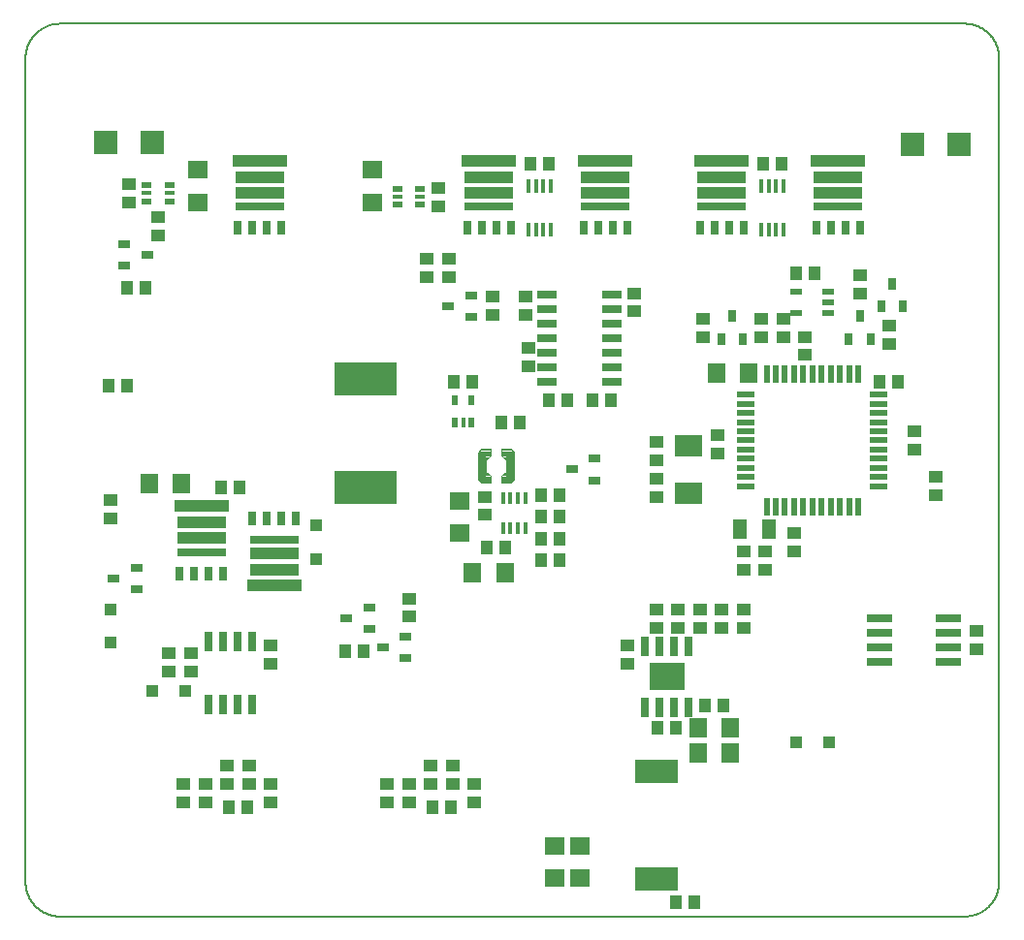
<source format=gtp>
G75*
%MOIN*%
%OFA0B0*%
%FSLAX25Y25*%
%IPPOS*%
%LPD*%
%AMOC8*
5,1,8,0,0,1.08239X$1,22.5*
%
%ADD10R,0.02756X0.04528*%
%ADD11R,0.16535X0.04331*%
%ADD12R,0.18898X0.04331*%
%ADD13R,0.16535X0.02756*%
%ADD14R,0.04331X0.04331*%
%ADD15R,0.21654X0.11811*%
%ADD16R,0.05118X0.04331*%
%ADD17R,0.04331X0.05118*%
%ADD18R,0.07098X0.06299*%
%ADD19R,0.03543X0.02362*%
%ADD20R,0.03543X0.01575*%
%ADD21R,0.02756X0.06890*%
%ADD22R,0.06890X0.02756*%
%ADD23R,0.01772X0.04331*%
%ADD24R,0.03150X0.09449*%
%ADD25C,0.00394*%
%ADD26R,0.06299X0.07087*%
%ADD27R,0.07087X0.06299*%
%ADD28R,0.03937X0.03150*%
%ADD29R,0.04724X0.07087*%
%ADD30R,0.14961X0.07874*%
%ADD31R,0.02362X0.03543*%
%ADD32R,0.01575X0.03543*%
%ADD33R,0.03150X0.03937*%
%ADD34R,0.05906X0.01969*%
%ADD35R,0.01969X0.05906*%
%ADD36R,0.09449X0.07480*%
%ADD37R,0.04331X0.02362*%
%ADD38R,0.01575X0.05118*%
%ADD39C,0.00787*%
%ADD40R,0.12205X0.09449*%
%ADD41R,0.07874X0.07874*%
%ADD42R,0.08858X0.02756*%
D10*
X0117028Y0146644D03*
X0122028Y0146644D03*
X0127028Y0146644D03*
X0132028Y0146644D03*
X0142028Y0165600D03*
X0147028Y0165600D03*
X0152028Y0165600D03*
X0157028Y0165600D03*
X0152028Y0265394D03*
X0147028Y0265394D03*
X0142028Y0265394D03*
X0137028Y0265394D03*
X0215778Y0265394D03*
X0220778Y0265394D03*
X0225778Y0265394D03*
X0230778Y0265394D03*
X0255778Y0265394D03*
X0260778Y0265394D03*
X0265778Y0265394D03*
X0270778Y0265394D03*
X0295778Y0265394D03*
X0300778Y0265394D03*
X0305778Y0265394D03*
X0310778Y0265394D03*
X0335778Y0265394D03*
X0340778Y0265394D03*
X0345778Y0265394D03*
X0350778Y0265394D03*
D11*
X0343278Y0277500D03*
X0343278Y0283012D03*
X0303278Y0283012D03*
X0303278Y0277500D03*
X0263278Y0277500D03*
X0263278Y0283012D03*
X0223278Y0283012D03*
X0223278Y0277500D03*
X0144528Y0277500D03*
X0144528Y0283012D03*
X0124528Y0164262D03*
X0124528Y0158750D03*
X0149528Y0153494D03*
X0149528Y0147982D03*
D12*
X0149528Y0142470D03*
X0124528Y0169774D03*
X0144528Y0288524D03*
X0223278Y0288524D03*
X0263278Y0288524D03*
X0303278Y0288524D03*
X0343278Y0288524D03*
D13*
X0343278Y0272776D03*
X0303278Y0272776D03*
X0263278Y0272776D03*
X0223278Y0272776D03*
X0144528Y0272776D03*
X0149528Y0158219D03*
X0124528Y0154026D03*
D14*
X0093278Y0134331D03*
X0093278Y0122913D03*
X0107569Y0106122D03*
X0118986Y0106122D03*
X0163903Y0151663D03*
X0163903Y0163081D03*
X0328819Y0088622D03*
X0340236Y0088622D03*
D15*
X0180778Y0176171D03*
X0180778Y0213573D03*
D16*
X0224528Y0235472D03*
X0224528Y0241772D03*
X0235778Y0241772D03*
X0235778Y0235472D03*
X0237028Y0224272D03*
X0237028Y0217972D03*
X0273278Y0236722D03*
X0273278Y0243022D03*
X0297028Y0234272D03*
X0297028Y0227972D03*
X0317028Y0227972D03*
X0324528Y0227972D03*
X0324528Y0234272D03*
X0317028Y0234272D03*
X0332028Y0228022D03*
X0332028Y0221722D03*
X0350778Y0242972D03*
X0350778Y0249272D03*
X0360778Y0231772D03*
X0360778Y0225472D03*
X0369528Y0195522D03*
X0369528Y0189222D03*
X0377028Y0179897D03*
X0377028Y0173597D03*
X0328278Y0160522D03*
X0328278Y0154222D03*
X0318278Y0154272D03*
X0318278Y0147972D03*
X0310778Y0147972D03*
X0310778Y0154272D03*
X0310778Y0134272D03*
X0303278Y0134272D03*
X0303278Y0127972D03*
X0310778Y0127972D03*
X0295778Y0127972D03*
X0295778Y0134272D03*
X0288278Y0134272D03*
X0280778Y0134272D03*
X0280778Y0127972D03*
X0288278Y0127972D03*
X0270778Y0121772D03*
X0270778Y0115472D03*
X0218278Y0074272D03*
X0218278Y0067972D03*
X0210778Y0074222D03*
X0203278Y0074222D03*
X0203278Y0080522D03*
X0210778Y0080522D03*
X0195778Y0074272D03*
X0188278Y0074272D03*
X0188278Y0067972D03*
X0195778Y0067972D03*
X0148278Y0067972D03*
X0148278Y0074272D03*
X0140778Y0074222D03*
X0133278Y0074222D03*
X0133278Y0080522D03*
X0140778Y0080522D03*
X0125778Y0074272D03*
X0125778Y0067972D03*
X0118278Y0067972D03*
X0118278Y0074272D03*
X0120778Y0112972D03*
X0120778Y0119272D03*
X0113278Y0119272D03*
X0113278Y0112972D03*
X0148278Y0115472D03*
X0148278Y0121772D03*
X0195778Y0131722D03*
X0195778Y0138022D03*
X0222028Y0166722D03*
X0222028Y0173022D03*
X0280778Y0172972D03*
X0280778Y0179272D03*
X0280778Y0185472D03*
X0280778Y0191772D03*
X0302028Y0194272D03*
X0302028Y0187972D03*
X0390778Y0126772D03*
X0390778Y0120472D03*
X0209528Y0248597D03*
X0209528Y0254897D03*
X0202028Y0254897D03*
X0202028Y0248597D03*
X0205778Y0272972D03*
X0205778Y0279272D03*
X0109528Y0269272D03*
X0109528Y0262972D03*
X0099528Y0274222D03*
X0099528Y0280522D03*
X0093278Y0171772D03*
X0093278Y0165472D03*
D17*
X0131378Y0176122D03*
X0137677Y0176122D03*
X0098927Y0211122D03*
X0092628Y0211122D03*
X0098878Y0244872D03*
X0105177Y0244872D03*
X0211378Y0212372D03*
X0217677Y0212372D03*
X0227628Y0198622D03*
X0233927Y0198622D03*
X0243878Y0206122D03*
X0250177Y0206122D03*
X0258878Y0206122D03*
X0265177Y0206122D03*
X0247677Y0173622D03*
X0241378Y0173622D03*
X0241378Y0166122D03*
X0247677Y0166122D03*
X0247677Y0158622D03*
X0241378Y0158622D03*
X0241378Y0151122D03*
X0247677Y0151122D03*
X0228927Y0155497D03*
X0222628Y0155497D03*
X0180177Y0119872D03*
X0173878Y0119872D03*
X0203878Y0066122D03*
X0210177Y0066122D03*
X0140177Y0066122D03*
X0133878Y0066122D03*
X0281378Y0093622D03*
X0287677Y0093622D03*
X0297628Y0101122D03*
X0303927Y0101122D03*
X0293927Y0033622D03*
X0287628Y0033622D03*
X0357628Y0212372D03*
X0363927Y0212372D03*
X0335177Y0249872D03*
X0328878Y0249872D03*
X0323927Y0287372D03*
X0317628Y0287372D03*
X0243927Y0287372D03*
X0237628Y0287372D03*
D18*
X0183278Y0285470D03*
X0183278Y0274274D03*
X0123278Y0274274D03*
X0123278Y0285470D03*
D19*
X0113465Y0280128D03*
X0105591Y0280128D03*
X0105591Y0274616D03*
X0113465Y0274616D03*
X0191841Y0273366D03*
X0191841Y0278878D03*
X0199715Y0278878D03*
X0199715Y0273366D03*
D20*
X0199715Y0276122D03*
X0191841Y0276122D03*
X0113465Y0277372D03*
X0105591Y0277372D03*
D21*
X0127028Y0123199D03*
X0132028Y0123199D03*
X0137028Y0123199D03*
X0142028Y0123199D03*
X0142028Y0101545D03*
X0137028Y0101545D03*
X0132028Y0101545D03*
X0127028Y0101545D03*
X0277028Y0100689D03*
X0282028Y0100689D03*
X0287028Y0100689D03*
X0292028Y0100689D03*
X0292028Y0121555D03*
X0287028Y0121555D03*
X0282028Y0121555D03*
X0277028Y0121555D03*
D22*
X0265650Y0212372D03*
X0265650Y0217372D03*
X0265650Y0222372D03*
X0265650Y0227372D03*
X0265650Y0232372D03*
X0265650Y0237372D03*
X0265650Y0242372D03*
X0243406Y0242372D03*
X0243406Y0237372D03*
X0243406Y0232372D03*
X0243406Y0227372D03*
X0243406Y0222372D03*
X0243406Y0217372D03*
X0243406Y0212372D03*
D23*
X0235866Y0172490D03*
X0233307Y0172490D03*
X0230748Y0172490D03*
X0228189Y0172490D03*
X0228189Y0162254D03*
X0230748Y0162254D03*
X0233307Y0162254D03*
X0235866Y0162254D03*
D24*
X0230699Y0183622D03*
X0220856Y0183425D03*
D25*
X0219478Y0183546D02*
X0222234Y0183546D01*
X0222234Y0183938D02*
X0219478Y0183938D01*
X0219478Y0184330D02*
X0222234Y0184330D01*
X0222234Y0184722D02*
X0219478Y0184722D01*
X0219478Y0185115D02*
X0222234Y0185115D01*
X0222234Y0185507D02*
X0219478Y0185507D01*
X0219478Y0185899D02*
X0222543Y0185899D01*
X0222234Y0185591D02*
X0223809Y0187165D01*
X0223809Y0189528D01*
X0220659Y0189528D01*
X0219478Y0188346D01*
X0219478Y0178898D01*
X0220659Y0177717D01*
X0223809Y0177717D01*
X0223809Y0180079D01*
X0222234Y0181654D01*
X0222234Y0185591D01*
X0222935Y0186291D02*
X0219478Y0186291D01*
X0219478Y0186684D02*
X0223327Y0186684D01*
X0223719Y0187076D02*
X0219478Y0187076D01*
X0219478Y0187468D02*
X0223809Y0187468D01*
X0223809Y0187860D02*
X0219478Y0187860D01*
X0219478Y0188252D02*
X0223809Y0188252D01*
X0223809Y0188645D02*
X0219776Y0188645D01*
X0220169Y0189037D02*
X0223809Y0189037D01*
X0223809Y0189429D02*
X0220561Y0189429D01*
X0227746Y0189429D02*
X0230994Y0189429D01*
X0230896Y0189528D02*
X0232077Y0188346D01*
X0232077Y0178898D01*
X0230896Y0177717D01*
X0227746Y0177717D01*
X0227746Y0180079D01*
X0229321Y0181654D01*
X0229321Y0185591D01*
X0227746Y0187165D01*
X0227746Y0189528D01*
X0230896Y0189528D01*
X0231386Y0189037D02*
X0227746Y0189037D01*
X0227746Y0188645D02*
X0231779Y0188645D01*
X0232077Y0188252D02*
X0227746Y0188252D01*
X0227746Y0187860D02*
X0232077Y0187860D01*
X0232077Y0187468D02*
X0227746Y0187468D01*
X0227836Y0187076D02*
X0232077Y0187076D01*
X0232077Y0186684D02*
X0228228Y0186684D01*
X0228620Y0186291D02*
X0232077Y0186291D01*
X0232077Y0185899D02*
X0229012Y0185899D01*
X0229321Y0185507D02*
X0232077Y0185507D01*
X0232077Y0185115D02*
X0229321Y0185115D01*
X0229321Y0184722D02*
X0232077Y0184722D01*
X0232077Y0184330D02*
X0229321Y0184330D01*
X0229321Y0183938D02*
X0232077Y0183938D01*
X0232077Y0183546D02*
X0229321Y0183546D01*
X0229321Y0183154D02*
X0232077Y0183154D01*
X0232077Y0182761D02*
X0229321Y0182761D01*
X0229321Y0182369D02*
X0232077Y0182369D01*
X0232077Y0181977D02*
X0229321Y0181977D01*
X0229252Y0181585D02*
X0232077Y0181585D01*
X0232077Y0181193D02*
X0228860Y0181193D01*
X0228468Y0180800D02*
X0232077Y0180800D01*
X0232077Y0180408D02*
X0228075Y0180408D01*
X0227746Y0180016D02*
X0232077Y0180016D01*
X0232077Y0179624D02*
X0227746Y0179624D01*
X0227746Y0179231D02*
X0232077Y0179231D01*
X0232018Y0178839D02*
X0227746Y0178839D01*
X0227746Y0178447D02*
X0231626Y0178447D01*
X0231234Y0178055D02*
X0227746Y0178055D01*
X0223809Y0178055D02*
X0220321Y0178055D01*
X0219929Y0178447D02*
X0223809Y0178447D01*
X0223809Y0178839D02*
X0219537Y0178839D01*
X0219478Y0179231D02*
X0223809Y0179231D01*
X0223809Y0179624D02*
X0219478Y0179624D01*
X0219478Y0180016D02*
X0223809Y0180016D01*
X0223480Y0180408D02*
X0219478Y0180408D01*
X0219478Y0180800D02*
X0223087Y0180800D01*
X0222695Y0181193D02*
X0219478Y0181193D01*
X0219478Y0181585D02*
X0222303Y0181585D01*
X0222234Y0181977D02*
X0219478Y0181977D01*
X0219478Y0182369D02*
X0222234Y0182369D01*
X0222234Y0182761D02*
X0219478Y0182761D01*
X0219478Y0183154D02*
X0222234Y0183154D01*
D26*
X0217766Y0146747D03*
X0228789Y0146747D03*
X0295266Y0093622D03*
X0295266Y0084872D03*
X0306289Y0084872D03*
X0306289Y0093622D03*
X0301516Y0215497D03*
X0312539Y0215497D03*
X0117539Y0177372D03*
X0106516Y0177372D03*
D27*
X0213278Y0171634D03*
X0213278Y0160610D03*
X0245778Y0052884D03*
X0254528Y0052884D03*
X0254528Y0041860D03*
X0245778Y0041860D03*
D28*
X0194715Y0117382D03*
X0194715Y0124862D03*
X0186841Y0121122D03*
X0182215Y0127382D03*
X0182215Y0134862D03*
X0174341Y0131122D03*
X0102215Y0141132D03*
X0102215Y0148612D03*
X0094341Y0144872D03*
X0209341Y0238622D03*
X0217215Y0234882D03*
X0217215Y0242362D03*
X0259715Y0186112D03*
X0259715Y0178632D03*
X0251841Y0182372D03*
X0105965Y0256122D03*
X0098091Y0252382D03*
X0098091Y0259862D03*
D29*
X0309606Y0161747D03*
X0319449Y0161747D03*
D30*
X0280778Y0078376D03*
X0280778Y0041368D03*
D31*
X0217283Y0198435D03*
X0211772Y0198435D03*
X0211772Y0206309D03*
X0217283Y0206309D03*
D32*
X0214528Y0198435D03*
D33*
X0303287Y0227185D03*
X0310768Y0227185D03*
X0307028Y0235059D03*
X0347037Y0227185D03*
X0354518Y0227185D03*
X0350778Y0235059D03*
X0358287Y0238435D03*
X0365768Y0238435D03*
X0362028Y0246309D03*
D34*
X0357362Y0208120D03*
X0357362Y0204970D03*
X0357362Y0201821D03*
X0357362Y0198671D03*
X0357362Y0195522D03*
X0357362Y0192372D03*
X0357362Y0189222D03*
X0357362Y0186073D03*
X0357362Y0182923D03*
X0357362Y0179774D03*
X0357362Y0176624D03*
X0311693Y0176624D03*
X0311693Y0179774D03*
X0311693Y0182923D03*
X0311693Y0186073D03*
X0311693Y0189222D03*
X0311693Y0192372D03*
X0311693Y0195522D03*
X0311693Y0198671D03*
X0311693Y0201821D03*
X0311693Y0204970D03*
X0311693Y0208120D03*
D35*
X0318780Y0215207D03*
X0321929Y0215207D03*
X0325079Y0215207D03*
X0328228Y0215207D03*
X0331378Y0215207D03*
X0334528Y0215207D03*
X0337677Y0215207D03*
X0340827Y0215207D03*
X0343976Y0215207D03*
X0347126Y0215207D03*
X0350276Y0215207D03*
X0350276Y0169537D03*
X0347126Y0169537D03*
X0343976Y0169537D03*
X0340827Y0169537D03*
X0337677Y0169537D03*
X0334528Y0169537D03*
X0331378Y0169537D03*
X0328228Y0169537D03*
X0325079Y0169537D03*
X0321929Y0169537D03*
X0318780Y0169537D03*
D36*
X0292028Y0174301D03*
X0292028Y0190443D03*
D37*
X0329016Y0236132D03*
X0329016Y0243612D03*
X0340039Y0243612D03*
X0340039Y0239872D03*
X0340039Y0236132D03*
D38*
X0324616Y0264892D03*
X0322057Y0264892D03*
X0319498Y0264892D03*
X0316939Y0264892D03*
X0316939Y0279852D03*
X0319498Y0279852D03*
X0322057Y0279852D03*
X0324616Y0279852D03*
X0244616Y0279852D03*
X0242057Y0279852D03*
X0239498Y0279852D03*
X0236939Y0279852D03*
X0236939Y0264892D03*
X0239498Y0264892D03*
X0242057Y0264892D03*
X0244616Y0264892D03*
D39*
X0064055Y0323898D02*
X0064055Y0040433D01*
X0064058Y0040148D01*
X0064069Y0039862D01*
X0064086Y0039577D01*
X0064110Y0039293D01*
X0064141Y0039009D01*
X0064179Y0038726D01*
X0064224Y0038445D01*
X0064275Y0038164D01*
X0064333Y0037884D01*
X0064398Y0037606D01*
X0064470Y0037330D01*
X0064548Y0037056D01*
X0064633Y0036783D01*
X0064725Y0036513D01*
X0064823Y0036245D01*
X0064927Y0035979D01*
X0065038Y0035716D01*
X0065155Y0035456D01*
X0065278Y0035198D01*
X0065408Y0034944D01*
X0065544Y0034693D01*
X0065685Y0034445D01*
X0065833Y0034201D01*
X0065986Y0033960D01*
X0066146Y0033724D01*
X0066311Y0033491D01*
X0066481Y0033262D01*
X0066657Y0033037D01*
X0066839Y0032817D01*
X0067025Y0032601D01*
X0067217Y0032390D01*
X0067414Y0032183D01*
X0067616Y0031981D01*
X0067823Y0031784D01*
X0068034Y0031592D01*
X0068250Y0031406D01*
X0068470Y0031224D01*
X0068695Y0031048D01*
X0068924Y0030878D01*
X0069157Y0030713D01*
X0069393Y0030553D01*
X0069634Y0030400D01*
X0069878Y0030252D01*
X0070126Y0030111D01*
X0070377Y0029975D01*
X0070631Y0029845D01*
X0070889Y0029722D01*
X0071149Y0029605D01*
X0071412Y0029494D01*
X0071678Y0029390D01*
X0071946Y0029292D01*
X0072216Y0029200D01*
X0072489Y0029115D01*
X0072763Y0029037D01*
X0073039Y0028965D01*
X0073317Y0028900D01*
X0073597Y0028842D01*
X0073878Y0028791D01*
X0074159Y0028746D01*
X0074442Y0028708D01*
X0074726Y0028677D01*
X0075010Y0028653D01*
X0075295Y0028636D01*
X0075581Y0028625D01*
X0075866Y0028622D01*
X0386890Y0028622D01*
X0387175Y0028625D01*
X0387461Y0028636D01*
X0387746Y0028653D01*
X0388030Y0028677D01*
X0388314Y0028708D01*
X0388597Y0028746D01*
X0388878Y0028791D01*
X0389159Y0028842D01*
X0389439Y0028900D01*
X0389717Y0028965D01*
X0389993Y0029037D01*
X0390267Y0029115D01*
X0390540Y0029200D01*
X0390810Y0029292D01*
X0391078Y0029390D01*
X0391344Y0029494D01*
X0391607Y0029605D01*
X0391867Y0029722D01*
X0392125Y0029845D01*
X0392379Y0029975D01*
X0392630Y0030111D01*
X0392878Y0030252D01*
X0393122Y0030400D01*
X0393363Y0030553D01*
X0393599Y0030713D01*
X0393832Y0030878D01*
X0394061Y0031048D01*
X0394286Y0031224D01*
X0394506Y0031406D01*
X0394722Y0031592D01*
X0394933Y0031784D01*
X0395140Y0031981D01*
X0395342Y0032183D01*
X0395539Y0032390D01*
X0395731Y0032601D01*
X0395917Y0032817D01*
X0396099Y0033037D01*
X0396275Y0033262D01*
X0396445Y0033491D01*
X0396610Y0033724D01*
X0396770Y0033960D01*
X0396923Y0034201D01*
X0397071Y0034445D01*
X0397212Y0034693D01*
X0397348Y0034944D01*
X0397478Y0035198D01*
X0397601Y0035456D01*
X0397718Y0035716D01*
X0397829Y0035979D01*
X0397933Y0036245D01*
X0398031Y0036513D01*
X0398123Y0036783D01*
X0398208Y0037056D01*
X0398286Y0037330D01*
X0398358Y0037606D01*
X0398423Y0037884D01*
X0398481Y0038164D01*
X0398532Y0038445D01*
X0398577Y0038726D01*
X0398615Y0039009D01*
X0398646Y0039293D01*
X0398670Y0039577D01*
X0398687Y0039862D01*
X0398698Y0040148D01*
X0398701Y0040433D01*
X0398701Y0323898D01*
X0398698Y0324183D01*
X0398687Y0324469D01*
X0398670Y0324754D01*
X0398646Y0325038D01*
X0398615Y0325322D01*
X0398577Y0325605D01*
X0398532Y0325886D01*
X0398481Y0326167D01*
X0398423Y0326447D01*
X0398358Y0326725D01*
X0398286Y0327001D01*
X0398208Y0327275D01*
X0398123Y0327548D01*
X0398031Y0327818D01*
X0397933Y0328086D01*
X0397829Y0328352D01*
X0397718Y0328615D01*
X0397601Y0328875D01*
X0397478Y0329133D01*
X0397348Y0329387D01*
X0397212Y0329638D01*
X0397071Y0329886D01*
X0396923Y0330130D01*
X0396770Y0330371D01*
X0396610Y0330607D01*
X0396445Y0330840D01*
X0396275Y0331069D01*
X0396099Y0331294D01*
X0395917Y0331514D01*
X0395731Y0331730D01*
X0395539Y0331941D01*
X0395342Y0332148D01*
X0395140Y0332350D01*
X0394933Y0332547D01*
X0394722Y0332739D01*
X0394506Y0332925D01*
X0394286Y0333107D01*
X0394061Y0333283D01*
X0393832Y0333453D01*
X0393599Y0333618D01*
X0393363Y0333778D01*
X0393122Y0333931D01*
X0392878Y0334079D01*
X0392630Y0334220D01*
X0392379Y0334356D01*
X0392125Y0334486D01*
X0391867Y0334609D01*
X0391607Y0334726D01*
X0391344Y0334837D01*
X0391078Y0334941D01*
X0390810Y0335039D01*
X0390540Y0335131D01*
X0390267Y0335216D01*
X0389993Y0335294D01*
X0389717Y0335366D01*
X0389439Y0335431D01*
X0389159Y0335489D01*
X0388878Y0335540D01*
X0388597Y0335585D01*
X0388314Y0335623D01*
X0388030Y0335654D01*
X0387746Y0335678D01*
X0387461Y0335695D01*
X0387175Y0335706D01*
X0386890Y0335709D01*
X0075866Y0335709D01*
X0075581Y0335706D01*
X0075295Y0335695D01*
X0075010Y0335678D01*
X0074726Y0335654D01*
X0074442Y0335623D01*
X0074159Y0335585D01*
X0073878Y0335540D01*
X0073597Y0335489D01*
X0073317Y0335431D01*
X0073039Y0335366D01*
X0072763Y0335294D01*
X0072489Y0335216D01*
X0072216Y0335131D01*
X0071946Y0335039D01*
X0071678Y0334941D01*
X0071412Y0334837D01*
X0071149Y0334726D01*
X0070889Y0334609D01*
X0070631Y0334486D01*
X0070377Y0334356D01*
X0070126Y0334220D01*
X0069878Y0334079D01*
X0069634Y0333931D01*
X0069393Y0333778D01*
X0069157Y0333618D01*
X0068924Y0333453D01*
X0068695Y0333283D01*
X0068470Y0333107D01*
X0068250Y0332925D01*
X0068034Y0332739D01*
X0067823Y0332547D01*
X0067616Y0332350D01*
X0067414Y0332148D01*
X0067217Y0331941D01*
X0067025Y0331730D01*
X0066839Y0331514D01*
X0066657Y0331294D01*
X0066481Y0331069D01*
X0066311Y0330840D01*
X0066146Y0330607D01*
X0065986Y0330371D01*
X0065833Y0330130D01*
X0065685Y0329886D01*
X0065544Y0329638D01*
X0065408Y0329387D01*
X0065278Y0329133D01*
X0065155Y0328875D01*
X0065038Y0328615D01*
X0064927Y0328352D01*
X0064823Y0328086D01*
X0064725Y0327818D01*
X0064633Y0327548D01*
X0064548Y0327275D01*
X0064470Y0327001D01*
X0064398Y0326725D01*
X0064333Y0326447D01*
X0064275Y0326167D01*
X0064224Y0325886D01*
X0064179Y0325605D01*
X0064141Y0325322D01*
X0064110Y0325038D01*
X0064086Y0324754D01*
X0064069Y0324469D01*
X0064058Y0324183D01*
X0064055Y0323898D01*
D40*
X0284528Y0111122D03*
D41*
X0368957Y0294247D03*
X0385098Y0294247D03*
X0107598Y0294872D03*
X0091457Y0294872D03*
D42*
X0357717Y0131122D03*
X0357717Y0126122D03*
X0357717Y0121122D03*
X0357717Y0116122D03*
X0381339Y0116122D03*
X0381339Y0121122D03*
X0381339Y0126122D03*
X0381339Y0131122D03*
M02*

</source>
